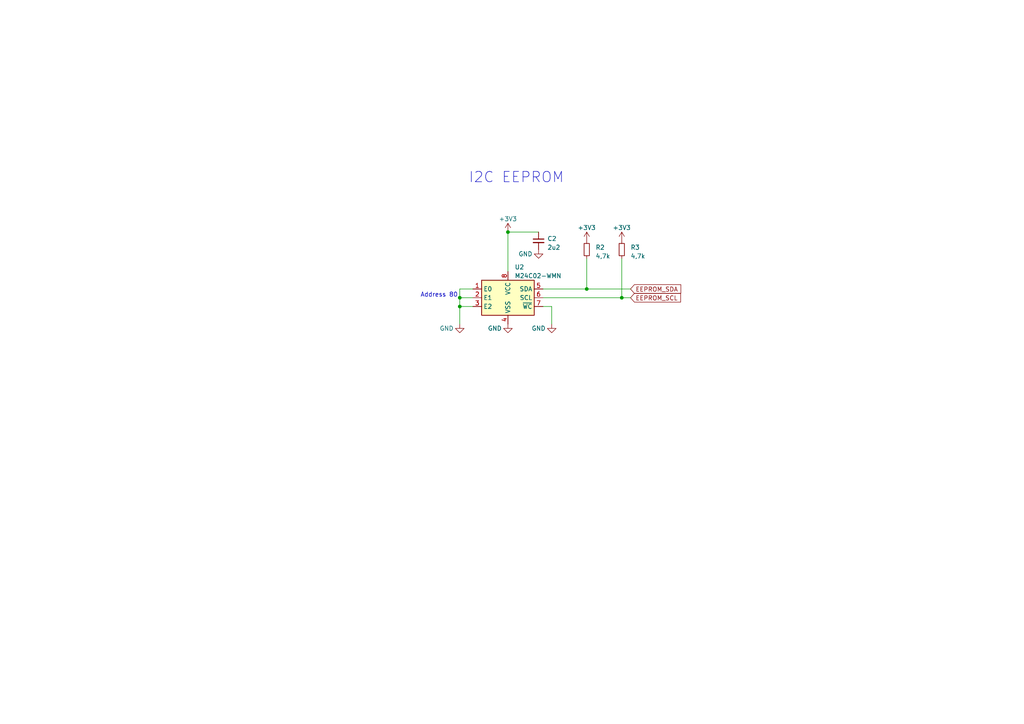
<source format=kicad_sch>
(kicad_sch (version 20230121) (generator eeschema)
  (paper "A4")
  (title_block (title "Memory") (date "2023-03-06") (rev "1") (comment 1 "W. Burdecki 2023") (comment 2 "github.com/wiciu15"))
  (lib_symbols
    (symbol "Device:C_Small" (pin_numbers hide) (pin_names (offset 0.254) hide)
      (property "Reference" "C" (at 0.254 1.778 0))
      (property "Value" "C_Small" (at 0.254 -2.032 0))
      (symbol "C_Small_0_1"
        (polyline (pts (xy -1.524 -0.508) (xy 1.524 -0.508)) (stroke (width 0.3302)))
        (polyline (pts (xy -1.524 0.508) (xy 1.524 0.508)) (stroke (width 0.3048)))
      )
      (symbol "C_Small_1_1"
        (pin passive line (at 0 2.54 270) (length 2.032) (name "~") (number "1"))
        (pin passive line (at 0 -2.54 90) (length 2.032) (name "~") (number "2"))
      )
    )
    (symbol "Device:R_Small" (pin_numbers hide) (pin_names (offset 0.254) hide)
      (property "Reference" "R" (at 0.762 0.508 0))
      (property "Value" "R_Small" (at 0.762 -1.016 0))
      (symbol "R_Small_0_1"
        (rectangle (start -0.762 1.778) (end 0.762 -1.778) (stroke (width 0.2032)))
      )
      (symbol "R_Small_1_1"
        (pin passive line (at 0 2.54 270) (length 0.762) (name "~") (number "1"))
        (pin passive line (at 0 -2.54 90) (length 0.762) (name "~") (number "2"))
      )
    )
    (symbol "Memory_EEPROM:M24C02-WMN"
      (property "Reference" "U" (at -6.35 6.35 0))
      (property "Value" "M24C02-WMN" (at 7.62 6.35 0))
      (symbol "M24C02-WMN_0_1"
        (rectangle (start -7.62 5.08) (end 7.62 -5.08) (stroke (width 0.254)) (fill (type background)))
      )
      (symbol "M24C02-WMN_1_1"
        (pin input line (at -10.16 2.54 0) (length 2.54) (name "E0") (number "1"))
        (pin input line (at -10.16 0 0) (length 2.54) (name "E1") (number "2"))
        (pin input line (at -10.16 -2.54 0) (length 2.54) (name "E2") (number "3"))
        (pin power_in line (at 0 -7.62 90) (length 2.54) (name "VSS") (number "4"))
        (pin bidirectional line (at 10.16 2.54 180) (length 2.54) (name "SDA") (number "5"))
        (pin input line (at 10.16 0 180) (length 2.54) (name "SCL") (number "6"))
        (pin input line (at 10.16 -2.54 180) (length 2.54) (name "~{WC}") (number "7"))
        (pin power_in line (at 0 7.62 270) (length 2.54) (name "VCC") (number "8"))
      )
    )
    (symbol "power:+3V3" (power) (pin_names (offset 0))
      (property "Value" "+3V3" (at 0 3.556 0))
      (symbol "+3V3_0_1"
        (polyline (pts (xy -0.762 1.27) (xy 0 2.54)))
        (polyline (pts (xy 0 0) (xy 0 2.54)))
        (polyline (pts (xy 0 2.54) (xy 0.762 1.27)))
      )
      (symbol "+3V3_1_1"
        (pin power_in line (at 0 0 90) (length 0) hide (name "+3V3") (number "1"))
      )
    )
    (symbol "power:GND" (power) (pin_names (offset 0))
      (property "Value" "GND" (at 0 -3.81 0))
      (symbol "GND_0_1"
        (polyline (pts (xy 0 0) (xy 0 -1.27) (xy 1.27 -1.27) (xy 0 -2.54) (xy -1.27 -1.27) (xy 0 -1.27)))
      )
      (symbol "GND_1_1"
        (pin power_in line (at 0 0 270) (length 0) hide (name "GND") (number "1"))
      )
    )
  )
  (junction (at 180.34 86.36))
  (junction (at 133.35 86.36))
  (junction (at 133.35 88.9))
  (junction (at 147.32 67.31))
  (junction (at 170.18 83.82))
  (wire (pts (xy 160.02 88.9) (xy 160.02 93.98)))
  (wire (pts (xy 180.34 74.93) (xy 180.34 86.36)))
  (wire (pts (xy 147.32 67.31) (xy 156.21 67.31)))
  (wire (pts (xy 133.35 93.98) (xy 133.35 88.9)))
  (wire (pts (xy 133.35 86.36) (xy 137.16 86.36)))
  (wire (pts (xy 157.48 83.82) (xy 170.18 83.82)))
  (wire (pts (xy 170.18 74.93) (xy 170.18 83.82)))
  (wire (pts (xy 157.48 88.9) (xy 160.02 88.9)))
  (wire (pts (xy 133.35 83.82) (xy 137.16 83.82)))
  (wire (pts (xy 133.35 88.9) (xy 137.16 88.9)))
  (wire (pts (xy 157.48 86.36) (xy 180.34 86.36)))
  (wire (pts (xy 170.18 83.82) (xy 182.88 83.82)))
  (wire (pts (xy 133.35 86.36) (xy 133.35 83.82)))
  (wire (pts (xy 147.32 67.31) (xy 147.32 78.74)))
  (wire (pts (xy 133.35 88.9) (xy 133.35 86.36)))
  (wire (pts (xy 180.34 86.36) (xy 182.88 86.36)))
  (text "Address 80" (at 121.92 86.36 0) (effects (font (size 1.27 1.27)) (justify left bottom)))
  (text "I2C EEPROM" (at 135.89 53.34 0) (effects (font (size 3 3)) (justify left bottom)))
  (global_label "EEPROM_SDA" (shape input) (at 182.88 83.82 0) (property "Intersheetrefs" "${INTERSHEET_REFS}" (effects hide)))
  (global_label "EEPROM_SCL" (shape input) (at 182.88 86.36 0) (property "Intersheetrefs" "${INTERSHEET_REFS}" (effects hide)))
  (symbol (lib_id "power:+3V3") (at 170.18 69.85 0) (unit 1)
    (property "Reference" "#PWR01" (effects hide))
    (property "Value" "+3V3" (at 170.18 66.04 0))
    (instances (project "servo_cpu" (path "" (reference "#PWR01") (unit 1)) (path "" (reference "#PWR08") (unit 1)) (path "" (reference "#PWR020") (unit 1))))
  )
  (symbol (lib_id "power:+3V3") (at 147.32 67.31 0) (unit 1)
    (property "Reference" "#PWR01" (effects hide))
    (property "Value" "+3V3" (at 147.32 63.5 0))
    (instances (project "servo_cpu" (path "" (reference "#PWR01") (unit 1)) (path "" (reference "#PWR08") (unit 1)) (path "" (reference "#PWR015") (unit 1))))
  )
  (symbol (lib_id "power:GND") (at 147.32 93.98 0) (unit 1)
    (property "Reference" "#PWR03" (effects hide))
    (property "Value" "GND" (at 143.51 95.25 0))
    (instances (project "servo_cpu" (path "" (reference "#PWR03") (unit 1)) (path "" (reference "#PWR014") (unit 1)) (path "" (reference "#PWR018") (unit 1))))
  )
  (symbol (lib_id "power:GND") (at 156.21 72.39 0) (unit 1)
    (property "Reference" "#PWR03" (effects hide))
    (property "Value" "GND" (at 152.4 73.66 0))
    (instances (project "servo_cpu" (path "" (reference "#PWR03") (unit 1)) (path "" (reference "#PWR014") (unit 1)) (path "" (reference "#PWR016") (unit 1))))
  )
  (symbol (lib_id "Memory_EEPROM:M24C02-WMN") (at 147.32 86.36 0) (unit 1)
    (property "Reference" "U2" (at 149.2759 77.47 0) (effects (justify left)))
    (property "Value" "M24C02-WMN" (at 149.2759 80.01 0) (effects (justify left)))
    (property "Footprint" "Package_SO:SOIC-8_3.9x4.9mm_P1.27mm" (effects hide))
    (property "Datasheet" "http://www.st.com/content/ccc/resource/technical/document/datasheet/b0/d8/50/40/5a/85/49/6f/DM00071904.pdf/files/DM00071904.pdf/jcr:content/translations/en.DM00071904.pdf" (effects hide))
  )
  (symbol (lib_id "power:GND") (at 160.02 93.98 0) (unit 1)
    (property "Reference" "#PWR03" (effects hide))
    (property "Value" "GND" (at 156.21 95.25 0))
    (instances (project "servo_cpu" (path "" (reference "#PWR03") (unit 1)) (path "" (reference "#PWR014") (unit 1)) (path "" (reference "#PWR019") (unit 1))))
  )
  (symbol (lib_id "Device:R_Small") (at 180.34 72.39 0) (unit 1)
    (property "Reference" "R3" (at 182.88 71.755 0) (effects (justify left)))
    (property "Value" "4,7k" (at 182.88 74.295 0) (effects (justify left)))
    (property "Footprint" "Resistor_SMD:R_0805_2012Metric_Pad1.20x1.40mm_HandSolder" (effects hide))
  )
  (symbol (lib_id "Device:C_Small") (at 156.21 69.85 0) (unit 1)
    (property "Reference" "C2" (at 158.75 69.2213 0) (effects (justify left)))
    (property "Value" "2u2" (at 158.75 71.7613 0) (effects (justify left)))
    (property "Footprint" "Capacitor_SMD:C_0805_2012Metric_Pad1.18x1.45mm_HandSolder" (effects hide))
    (instances (project "servo_cpu" (path "" (reference "C2") (unit 1)) (path "" (reference "C14") (unit 1)) (path "" (reference "C15") (unit 1))))
  )
  (symbol (lib_id "power:GND") (at 133.35 93.98 0) (unit 1)
    (property "Reference" "#PWR03" (effects hide))
    (property "Value" "GND" (at 129.54 95.25 0))
    (instances (project "servo_cpu" (path "" (reference "#PWR03") (unit 1)) (path "" (reference "#PWR014") (unit 1)) (path "" (reference "#PWR017") (unit 1))))
  )
  (symbol (lib_id "power:+3V3") (at 180.34 69.85 0) (unit 1)
    (property "Reference" "#PWR01" (effects hide))
    (property "Value" "+3V3" (at 180.34 66.04 0))
    (instances (project "servo_cpu" (path "" (reference "#PWR01") (unit 1)) (path "" (reference "#PWR08") (unit 1)) (path "" (reference "#PWR021") (unit 1))))
  )
  (symbol (lib_id "Device:R_Small") (at 170.18 72.39 0) (unit 1)
    (property "Reference" "R2" (at 172.72 71.755 0) (effects (justify left)))
    (property "Value" "4,7k" (at 172.72 74.295 0) (effects (justify left)))
    (property "Footprint" "Resistor_SMD:R_0805_2012Metric_Pad1.20x1.40mm_HandSolder" (effects hide))
  )
)
</source>
